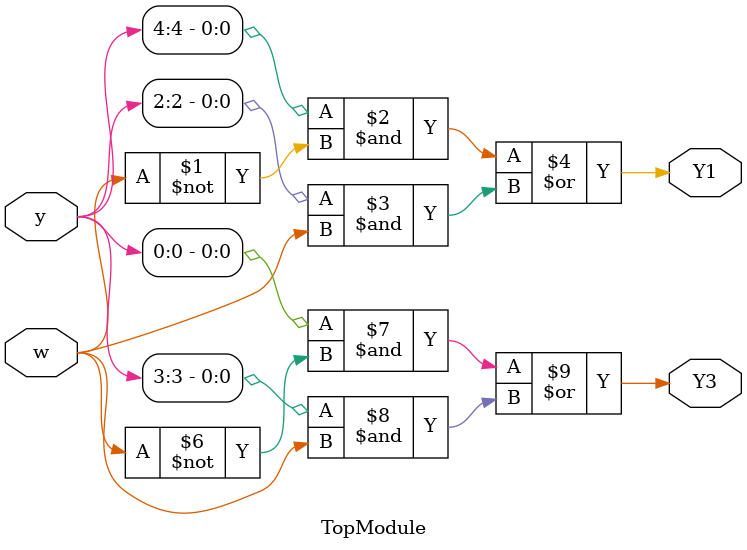
<source format=sv>

module TopModule (
  input [5:0] y,
  input w,
  output Y1,
  output Y3
);
assign Y1 = (y[4] & ~w) | (y[2] & w);

always @(*) begin
    Y3 = (y[0] & ~w) | (y[3] & w);
end

endmodule

</source>
